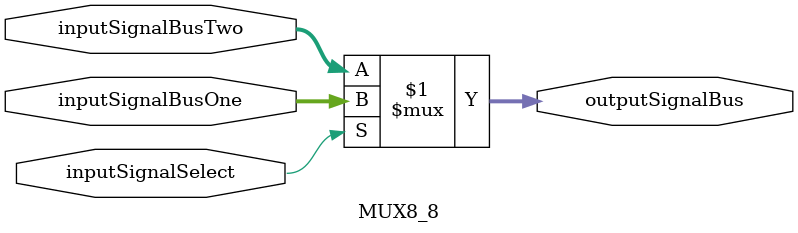
<source format=v>
/**************************************************************************************************
*                  <2019> Interceptor
*          Please refer to license.txt for the 
*          legal contents of this software build
***************************************************************************************************
*Project:          Verilog Modules
*File Name:        MUX8_8.v
*Description:      This file takes three inputs, two buses and one select to select a bus output
***************************************************************************************************
*Change History:
*   Version        Date            Author          Description
*   -------        ----            ------          -----------
*   1.0            29/01/18        Rubber-Duck-999 Creation of file
*
***************************************************************************************************
*Logic table:
*   Input 1     |     Input 2     |     Select     |    Output
*   -----       |     -----       |     -----      |    ------
*   0000 0000   |     0000 1111   |       0        |    0000 1111
*   0001 0000   |     0000 1000   |       0        |    0000 1000
*   0010 0000   |     0000 0100   |       0        |    0000 0100
*   0100 0000   |     0000 0010   |       0        |    0000 0010
*   1000 0000   |     0000 0001   |       0        |    0000 0001
*   1111 0000   |     0000 0000   |       1        |    1111 0000
*
***************************************************************************************************
*Parameters:
*   Name              Direction       Description
*   ----              ---------       ----
*   inputSignalBusOne Input           This is the first input signal
*   inputSignalBusTwo Input           This is the second input signal
*   inputSignalSelect Input           This is the select input signal
*   outputSignalBus   Output          This is the output boolean signal 
*
***************************************************************************************************/
module MUX8_8
(
    inputSignalBusOne,
    inputSignalBusTwo,
	inputSignalSelect,
    outputSignalBus
);

input  [7:0]  inputSignalBusOne;
input  [7:0]  inputSignalBusTwo;
input         inputSignalSelect;

output [7:0]  outputSignalBus;

assign outputSignalBus = (inputSignalSelect) ? inputSignalBusOne: inputSignalBusTwo;

endmodule

</source>
